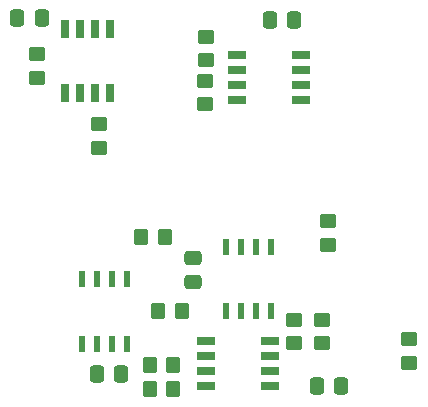
<source format=gbr>
%TF.GenerationSoftware,KiCad,Pcbnew,8.0.0*%
%TF.CreationDate,2024-03-26T17:27:08+01:00*%
%TF.ProjectId,som-exp-host,736f6d2d-6578-4702-9d68-6f73742e6b69,rev?*%
%TF.SameCoordinates,Original*%
%TF.FileFunction,Paste,Bot*%
%TF.FilePolarity,Positive*%
%FSLAX46Y46*%
G04 Gerber Fmt 4.6, Leading zero omitted, Abs format (unit mm)*
G04 Created by KiCad (PCBNEW 8.0.0) date 2024-03-26 17:27:08*
%MOMM*%
%LPD*%
G01*
G04 APERTURE LIST*
G04 Aperture macros list*
%AMRoundRect*
0 Rectangle with rounded corners*
0 $1 Rounding radius*
0 $2 $3 $4 $5 $6 $7 $8 $9 X,Y pos of 4 corners*
0 Add a 4 corners polygon primitive as box body*
4,1,4,$2,$3,$4,$5,$6,$7,$8,$9,$2,$3,0*
0 Add four circle primitives for the rounded corners*
1,1,$1+$1,$2,$3*
1,1,$1+$1,$4,$5*
1,1,$1+$1,$6,$7*
1,1,$1+$1,$8,$9*
0 Add four rect primitives between the rounded corners*
20,1,$1+$1,$2,$3,$4,$5,0*
20,1,$1+$1,$4,$5,$6,$7,0*
20,1,$1+$1,$6,$7,$8,$9,0*
20,1,$1+$1,$8,$9,$2,$3,0*%
G04 Aperture macros list end*
%ADD10RoundRect,0.250000X-0.350000X-0.450000X0.350000X-0.450000X0.350000X0.450000X-0.350000X0.450000X0*%
%ADD11R,0.650000X1.528000*%
%ADD12R,1.528000X0.650000*%
%ADD13RoundRect,0.250000X0.337500X0.475000X-0.337500X0.475000X-0.337500X-0.475000X0.337500X-0.475000X0*%
%ADD14RoundRect,0.250000X-0.337500X-0.475000X0.337500X-0.475000X0.337500X0.475000X-0.337500X0.475000X0*%
%ADD15RoundRect,0.250000X0.350000X0.450000X-0.350000X0.450000X-0.350000X-0.450000X0.350000X-0.450000X0*%
%ADD16RoundRect,0.250000X-0.450000X0.350000X-0.450000X-0.350000X0.450000X-0.350000X0.450000X0.350000X0*%
%ADD17R,0.558000X1.454899*%
%ADD18RoundRect,0.250000X0.450000X-0.350000X0.450000X0.350000X-0.450000X0.350000X-0.450000X-0.350000X0*%
%ADD19RoundRect,0.250000X0.475000X-0.337500X0.475000X0.337500X-0.475000X0.337500X-0.475000X-0.337500X0*%
G04 APERTURE END LIST*
D10*
%TO.C,R19*%
X126769200Y-121244000D03*
X128769200Y-121244000D03*
%TD*%
D11*
%TO.C,U9*%
X119570400Y-90727100D03*
X120840400Y-90727100D03*
X122110400Y-90727100D03*
X123380400Y-90727100D03*
X123380400Y-96149100D03*
X122110400Y-96149100D03*
X120840400Y-96149100D03*
X119570400Y-96149100D03*
%TD*%
D12*
%TO.C,U5*%
X139592600Y-92984000D03*
X139592600Y-94254000D03*
X139592600Y-95524000D03*
X139592600Y-96794000D03*
X134170600Y-96794000D03*
X134170600Y-95524000D03*
X134170600Y-94254000D03*
X134170600Y-92984000D03*
%TD*%
D13*
%TO.C,C8*%
X139000000Y-90000000D03*
X136925000Y-90000000D03*
%TD*%
D14*
%TO.C,C11*%
X122289800Y-119930000D03*
X124364800Y-119930000D03*
%TD*%
D15*
%TO.C,R15*%
X129501800Y-114634548D03*
X127501800Y-114634548D03*
%TD*%
D16*
%TO.C,R18*%
X141312800Y-115383200D03*
X141312800Y-117383200D03*
%TD*%
D17*
%TO.C,U12*%
X137071000Y-114647096D03*
X135801000Y-114647096D03*
X134531000Y-114647096D03*
X133261000Y-114647096D03*
X133261000Y-109204400D03*
X134531000Y-109204400D03*
X135801000Y-109204400D03*
X137071000Y-109204400D03*
%TD*%
D13*
%TO.C,C9*%
X117612500Y-89862500D03*
X115537500Y-89862500D03*
%TD*%
D10*
%TO.C,R16*%
X126769200Y-119220600D03*
X128769200Y-119220600D03*
%TD*%
D18*
%TO.C,R9*%
X117179400Y-94910600D03*
X117179400Y-92910600D03*
%TD*%
D16*
%TO.C,R20*%
X148750000Y-117000000D03*
X148750000Y-119000000D03*
%TD*%
D19*
%TO.C,C10*%
X130439800Y-112205000D03*
X130439800Y-110130000D03*
%TD*%
D16*
%TO.C,R17*%
X139001400Y-115383200D03*
X139001400Y-117383200D03*
%TD*%
%TO.C,R12*%
X131506000Y-91425200D03*
X131506000Y-93425200D03*
%TD*%
D15*
%TO.C,R13*%
X128019200Y-108360600D03*
X126019200Y-108360600D03*
%TD*%
D18*
%TO.C,R14*%
X141819200Y-109010600D03*
X141819200Y-107010600D03*
%TD*%
D17*
%TO.C,U11*%
X124829200Y-117393296D03*
X123559200Y-117393296D03*
X122289200Y-117393296D03*
X121019200Y-117393296D03*
X121019200Y-111950600D03*
X122289200Y-111950600D03*
X123559200Y-111950600D03*
X124829200Y-111950600D03*
%TD*%
D18*
%TO.C,R10*%
X122500000Y-100800000D03*
X122500000Y-98800000D03*
%TD*%
D16*
%TO.C,R11*%
X131439200Y-95133600D03*
X131439200Y-97133600D03*
%TD*%
D12*
%TO.C,U10*%
X131496600Y-120990000D03*
X131496600Y-119720000D03*
X131496600Y-118450000D03*
X131496600Y-117180000D03*
X136918600Y-117180000D03*
X136918600Y-118450000D03*
X136918600Y-119720000D03*
X136918600Y-120990000D03*
%TD*%
D14*
%TO.C,C12*%
X140925000Y-121000000D03*
X143000000Y-121000000D03*
%TD*%
M02*

</source>
